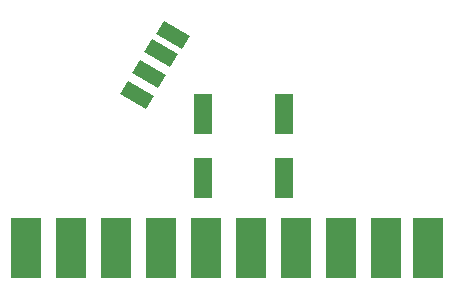
<source format=gbp>
G04 EAGLE Gerber RS-274X export*
G75*
%MOMM*%
%FSLAX34Y34*%
%LPD*%
%INBottom Paste*%
%IPPOS*%
%AMOC8*
5,1,8,0,0,1.08239X$1,22.5*%
G01*
%ADD10R,2.540000X5.080000*%
%ADD11R,1.600000X3.500000*%
%ADD12R,1.270000X2.540000*%


D10*
X15240Y15240D03*
X53340Y15240D03*
X91440Y15240D03*
X129540Y15240D03*
X167640Y15240D03*
X205740Y15240D03*
X243840Y15240D03*
X281940Y15240D03*
X320040Y15240D03*
X355600Y15240D03*
D11*
X165100Y128600D03*
X165100Y74600D03*
X233680Y128600D03*
X233680Y74600D03*
D12*
G36*
X95047Y145630D02*
X101397Y156629D01*
X123393Y143930D01*
X117043Y132931D01*
X95047Y145630D01*
G37*
G36*
X105207Y163410D02*
X111557Y174409D01*
X133553Y161710D01*
X127203Y150711D01*
X105207Y163410D01*
G37*
G36*
X115367Y181190D02*
X121717Y192189D01*
X143713Y179490D01*
X137363Y168491D01*
X115367Y181190D01*
G37*
G36*
X125527Y196430D02*
X131877Y207429D01*
X153873Y194730D01*
X147523Y183731D01*
X125527Y196430D01*
G37*
M02*

</source>
